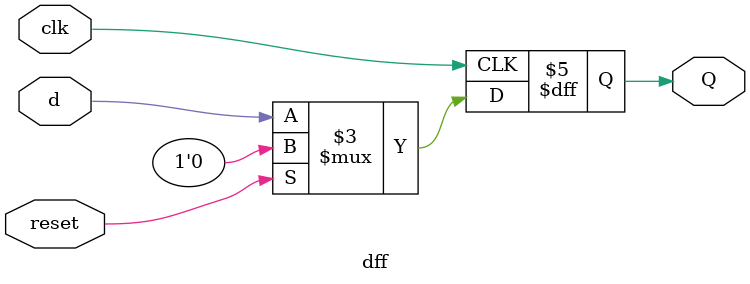
<source format=v>

module dff(d,clk,reset,Q);
input d,clk,reset;
output reg Q;
always @(posedge clk)
begin
if(reset)
Q <= 0;
else
Q <= d;
end
endmodule

</source>
